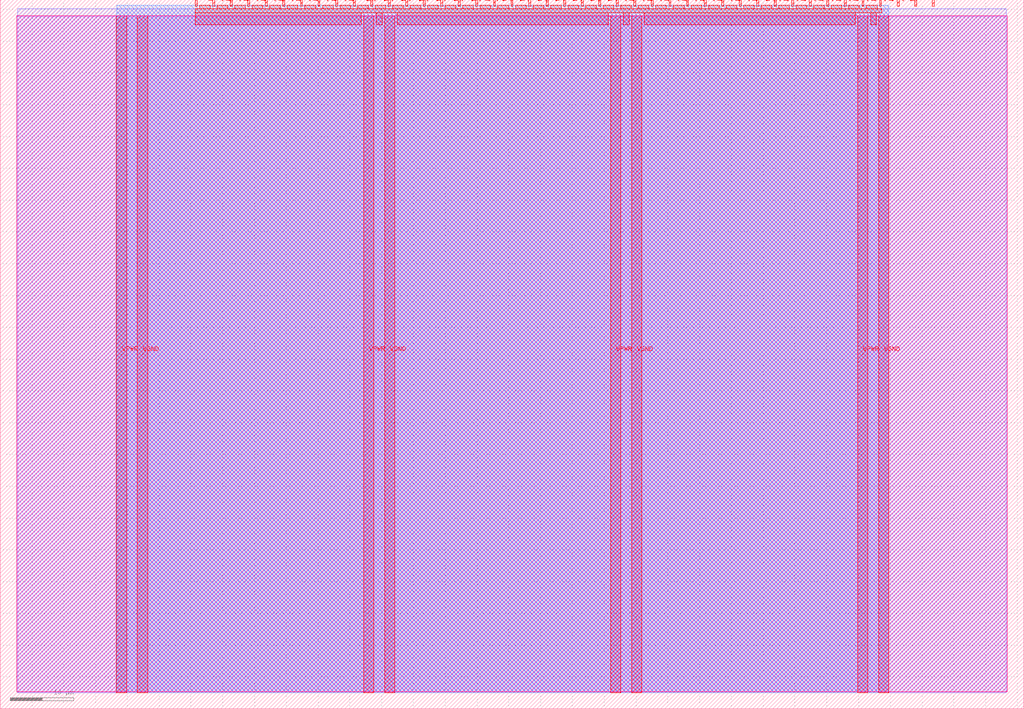
<source format=lef>
VERSION 5.7 ;
  NOWIREEXTENSIONATPIN ON ;
  DIVIDERCHAR "/" ;
  BUSBITCHARS "[]" ;
MACRO tt_um_wokwi_445163922612663297
  CLASS BLOCK ;
  FOREIGN tt_um_wokwi_445163922612663297 ;
  ORIGIN 0.000 0.000 ;
  SIZE 161.000 BY 111.520 ;
  PIN VGND
    DIRECTION INOUT ;
    USE GROUND ;
    PORT
      LAYER met4 ;
        RECT 21.580 2.480 23.180 109.040 ;
    END
    PORT
      LAYER met4 ;
        RECT 60.450 2.480 62.050 109.040 ;
    END
    PORT
      LAYER met4 ;
        RECT 99.320 2.480 100.920 109.040 ;
    END
    PORT
      LAYER met4 ;
        RECT 138.190 2.480 139.790 109.040 ;
    END
  END VGND
  PIN VPWR
    DIRECTION INOUT ;
    USE POWER ;
    PORT
      LAYER met4 ;
        RECT 18.280 2.480 19.880 109.040 ;
    END
    PORT
      LAYER met4 ;
        RECT 57.150 2.480 58.750 109.040 ;
    END
    PORT
      LAYER met4 ;
        RECT 96.020 2.480 97.620 109.040 ;
    END
    PORT
      LAYER met4 ;
        RECT 134.890 2.480 136.490 109.040 ;
    END
  END VPWR
  PIN clk
    DIRECTION INPUT ;
    USE SIGNAL ;
    PORT
      LAYER met4 ;
        RECT 143.830 110.520 144.130 111.520 ;
    END
  END clk
  PIN ena
    DIRECTION INPUT ;
    USE SIGNAL ;
    PORT
      LAYER met4 ;
        RECT 146.590 110.520 146.890 111.520 ;
    END
  END ena
  PIN rst_n
    DIRECTION INPUT ;
    USE SIGNAL ;
    PORT
      LAYER met4 ;
        RECT 141.070 110.520 141.370 111.520 ;
    END
  END rst_n
  PIN ui_in[0]
    DIRECTION INPUT ;
    USE SIGNAL ;
    ANTENNAGATEAREA 0.196500 ;
    PORT
      LAYER met4 ;
        RECT 138.310 110.520 138.610 111.520 ;
    END
  END ui_in[0]
  PIN ui_in[1]
    DIRECTION INPUT ;
    USE SIGNAL ;
    ANTENNAGATEAREA 0.196500 ;
    PORT
      LAYER met4 ;
        RECT 135.550 110.520 135.850 111.520 ;
    END
  END ui_in[1]
  PIN ui_in[2]
    DIRECTION INPUT ;
    USE SIGNAL ;
    ANTENNAGATEAREA 0.196500 ;
    PORT
      LAYER met4 ;
        RECT 132.790 110.520 133.090 111.520 ;
    END
  END ui_in[2]
  PIN ui_in[3]
    DIRECTION INPUT ;
    USE SIGNAL ;
    ANTENNAGATEAREA 0.196500 ;
    PORT
      LAYER met4 ;
        RECT 130.030 110.520 130.330 111.520 ;
    END
  END ui_in[3]
  PIN ui_in[4]
    DIRECTION INPUT ;
    USE SIGNAL ;
    ANTENNAGATEAREA 0.159000 ;
    PORT
      LAYER met4 ;
        RECT 127.270 110.520 127.570 111.520 ;
    END
  END ui_in[4]
  PIN ui_in[5]
    DIRECTION INPUT ;
    USE SIGNAL ;
    ANTENNAGATEAREA 0.159000 ;
    PORT
      LAYER met4 ;
        RECT 124.510 110.520 124.810 111.520 ;
    END
  END ui_in[5]
  PIN ui_in[6]
    DIRECTION INPUT ;
    USE SIGNAL ;
    ANTENNAGATEAREA 0.159000 ;
    PORT
      LAYER met4 ;
        RECT 121.750 110.520 122.050 111.520 ;
    END
  END ui_in[6]
  PIN ui_in[7]
    DIRECTION INPUT ;
    USE SIGNAL ;
    ANTENNAGATEAREA 0.159000 ;
    PORT
      LAYER met4 ;
        RECT 118.990 110.520 119.290 111.520 ;
    END
  END ui_in[7]
  PIN uio_in[0]
    DIRECTION INPUT ;
    USE SIGNAL ;
    PORT
      LAYER met4 ;
        RECT 116.230 110.520 116.530 111.520 ;
    END
  END uio_in[0]
  PIN uio_in[1]
    DIRECTION INPUT ;
    USE SIGNAL ;
    PORT
      LAYER met4 ;
        RECT 113.470 110.520 113.770 111.520 ;
    END
  END uio_in[1]
  PIN uio_in[2]
    DIRECTION INPUT ;
    USE SIGNAL ;
    PORT
      LAYER met4 ;
        RECT 110.710 110.520 111.010 111.520 ;
    END
  END uio_in[2]
  PIN uio_in[3]
    DIRECTION INPUT ;
    USE SIGNAL ;
    PORT
      LAYER met4 ;
        RECT 107.950 110.520 108.250 111.520 ;
    END
  END uio_in[3]
  PIN uio_in[4]
    DIRECTION INPUT ;
    USE SIGNAL ;
    PORT
      LAYER met4 ;
        RECT 105.190 110.520 105.490 111.520 ;
    END
  END uio_in[4]
  PIN uio_in[5]
    DIRECTION INPUT ;
    USE SIGNAL ;
    PORT
      LAYER met4 ;
        RECT 102.430 110.520 102.730 111.520 ;
    END
  END uio_in[5]
  PIN uio_in[6]
    DIRECTION INPUT ;
    USE SIGNAL ;
    PORT
      LAYER met4 ;
        RECT 99.670 110.520 99.970 111.520 ;
    END
  END uio_in[6]
  PIN uio_in[7]
    DIRECTION INPUT ;
    USE SIGNAL ;
    PORT
      LAYER met4 ;
        RECT 96.910 110.520 97.210 111.520 ;
    END
  END uio_in[7]
  PIN uio_oe[0]
    DIRECTION OUTPUT ;
    USE SIGNAL ;
    PORT
      LAYER met4 ;
        RECT 49.990 110.520 50.290 111.520 ;
    END
  END uio_oe[0]
  PIN uio_oe[1]
    DIRECTION OUTPUT ;
    USE SIGNAL ;
    PORT
      LAYER met4 ;
        RECT 47.230 110.520 47.530 111.520 ;
    END
  END uio_oe[1]
  PIN uio_oe[2]
    DIRECTION OUTPUT ;
    USE SIGNAL ;
    PORT
      LAYER met4 ;
        RECT 44.470 110.520 44.770 111.520 ;
    END
  END uio_oe[2]
  PIN uio_oe[3]
    DIRECTION OUTPUT ;
    USE SIGNAL ;
    PORT
      LAYER met4 ;
        RECT 41.710 110.520 42.010 111.520 ;
    END
  END uio_oe[3]
  PIN uio_oe[4]
    DIRECTION OUTPUT ;
    USE SIGNAL ;
    PORT
      LAYER met4 ;
        RECT 38.950 110.520 39.250 111.520 ;
    END
  END uio_oe[4]
  PIN uio_oe[5]
    DIRECTION OUTPUT ;
    USE SIGNAL ;
    PORT
      LAYER met4 ;
        RECT 36.190 110.520 36.490 111.520 ;
    END
  END uio_oe[5]
  PIN uio_oe[6]
    DIRECTION OUTPUT ;
    USE SIGNAL ;
    PORT
      LAYER met4 ;
        RECT 33.430 110.520 33.730 111.520 ;
    END
  END uio_oe[6]
  PIN uio_oe[7]
    DIRECTION OUTPUT ;
    USE SIGNAL ;
    PORT
      LAYER met4 ;
        RECT 30.670 110.520 30.970 111.520 ;
    END
  END uio_oe[7]
  PIN uio_out[0]
    DIRECTION OUTPUT ;
    USE SIGNAL ;
    PORT
      LAYER met4 ;
        RECT 72.070 110.520 72.370 111.520 ;
    END
  END uio_out[0]
  PIN uio_out[1]
    DIRECTION OUTPUT ;
    USE SIGNAL ;
    PORT
      LAYER met4 ;
        RECT 69.310 110.520 69.610 111.520 ;
    END
  END uio_out[1]
  PIN uio_out[2]
    DIRECTION OUTPUT ;
    USE SIGNAL ;
    PORT
      LAYER met4 ;
        RECT 66.550 110.520 66.850 111.520 ;
    END
  END uio_out[2]
  PIN uio_out[3]
    DIRECTION OUTPUT ;
    USE SIGNAL ;
    PORT
      LAYER met4 ;
        RECT 63.790 110.520 64.090 111.520 ;
    END
  END uio_out[3]
  PIN uio_out[4]
    DIRECTION OUTPUT ;
    USE SIGNAL ;
    PORT
      LAYER met4 ;
        RECT 61.030 110.520 61.330 111.520 ;
    END
  END uio_out[4]
  PIN uio_out[5]
    DIRECTION OUTPUT ;
    USE SIGNAL ;
    PORT
      LAYER met4 ;
        RECT 58.270 110.520 58.570 111.520 ;
    END
  END uio_out[5]
  PIN uio_out[6]
    DIRECTION OUTPUT ;
    USE SIGNAL ;
    PORT
      LAYER met4 ;
        RECT 55.510 110.520 55.810 111.520 ;
    END
  END uio_out[6]
  PIN uio_out[7]
    DIRECTION OUTPUT ;
    USE SIGNAL ;
    PORT
      LAYER met4 ;
        RECT 52.750 110.520 53.050 111.520 ;
    END
  END uio_out[7]
  PIN uo_out[0]
    DIRECTION OUTPUT ;
    USE SIGNAL ;
    ANTENNADIFFAREA 0.445500 ;
    PORT
      LAYER met4 ;
        RECT 94.150 110.520 94.450 111.520 ;
    END
  END uo_out[0]
  PIN uo_out[1]
    DIRECTION OUTPUT ;
    USE SIGNAL ;
    ANTENNADIFFAREA 0.445500 ;
    PORT
      LAYER met4 ;
        RECT 91.390 110.520 91.690 111.520 ;
    END
  END uo_out[1]
  PIN uo_out[2]
    DIRECTION OUTPUT ;
    USE SIGNAL ;
    ANTENNADIFFAREA 0.445500 ;
    PORT
      LAYER met4 ;
        RECT 88.630 110.520 88.930 111.520 ;
    END
  END uo_out[2]
  PIN uo_out[3]
    DIRECTION OUTPUT ;
    USE SIGNAL ;
    ANTENNADIFFAREA 0.445500 ;
    PORT
      LAYER met4 ;
        RECT 85.870 110.520 86.170 111.520 ;
    END
  END uo_out[3]
  PIN uo_out[4]
    DIRECTION OUTPUT ;
    USE SIGNAL ;
    ANTENNADIFFAREA 0.445500 ;
    PORT
      LAYER met4 ;
        RECT 83.110 110.520 83.410 111.520 ;
    END
  END uo_out[4]
  PIN uo_out[5]
    DIRECTION OUTPUT ;
    USE SIGNAL ;
    ANTENNADIFFAREA 0.445500 ;
    PORT
      LAYER met4 ;
        RECT 80.350 110.520 80.650 111.520 ;
    END
  END uo_out[5]
  PIN uo_out[6]
    DIRECTION OUTPUT ;
    USE SIGNAL ;
    ANTENNADIFFAREA 0.445500 ;
    PORT
      LAYER met4 ;
        RECT 77.590 110.520 77.890 111.520 ;
    END
  END uo_out[6]
  PIN uo_out[7]
    DIRECTION OUTPUT ;
    USE SIGNAL ;
    ANTENNADIFFAREA 0.445500 ;
    PORT
      LAYER met4 ;
        RECT 74.830 110.520 75.130 111.520 ;
    END
  END uo_out[7]
  OBS
      LAYER nwell ;
        RECT 2.570 2.635 158.430 108.990 ;
      LAYER li1 ;
        RECT 2.760 2.635 158.240 108.885 ;
      LAYER met1 ;
        RECT 2.760 2.480 158.240 110.120 ;
      LAYER met2 ;
        RECT 18.310 2.535 139.760 110.685 ;
      LAYER met3 ;
        RECT 18.290 2.555 139.780 110.665 ;
      LAYER met4 ;
        RECT 31.370 110.120 33.030 110.665 ;
        RECT 34.130 110.120 35.790 110.665 ;
        RECT 36.890 110.120 38.550 110.665 ;
        RECT 39.650 110.120 41.310 110.665 ;
        RECT 42.410 110.120 44.070 110.665 ;
        RECT 45.170 110.120 46.830 110.665 ;
        RECT 47.930 110.120 49.590 110.665 ;
        RECT 50.690 110.120 52.350 110.665 ;
        RECT 53.450 110.120 55.110 110.665 ;
        RECT 56.210 110.120 57.870 110.665 ;
        RECT 58.970 110.120 60.630 110.665 ;
        RECT 61.730 110.120 63.390 110.665 ;
        RECT 64.490 110.120 66.150 110.665 ;
        RECT 67.250 110.120 68.910 110.665 ;
        RECT 70.010 110.120 71.670 110.665 ;
        RECT 72.770 110.120 74.430 110.665 ;
        RECT 75.530 110.120 77.190 110.665 ;
        RECT 78.290 110.120 79.950 110.665 ;
        RECT 81.050 110.120 82.710 110.665 ;
        RECT 83.810 110.120 85.470 110.665 ;
        RECT 86.570 110.120 88.230 110.665 ;
        RECT 89.330 110.120 90.990 110.665 ;
        RECT 92.090 110.120 93.750 110.665 ;
        RECT 94.850 110.120 96.510 110.665 ;
        RECT 97.610 110.120 99.270 110.665 ;
        RECT 100.370 110.120 102.030 110.665 ;
        RECT 103.130 110.120 104.790 110.665 ;
        RECT 105.890 110.120 107.550 110.665 ;
        RECT 108.650 110.120 110.310 110.665 ;
        RECT 111.410 110.120 113.070 110.665 ;
        RECT 114.170 110.120 115.830 110.665 ;
        RECT 116.930 110.120 118.590 110.665 ;
        RECT 119.690 110.120 121.350 110.665 ;
        RECT 122.450 110.120 124.110 110.665 ;
        RECT 125.210 110.120 126.870 110.665 ;
        RECT 127.970 110.120 129.630 110.665 ;
        RECT 130.730 110.120 132.390 110.665 ;
        RECT 133.490 110.120 135.150 110.665 ;
        RECT 136.250 110.120 137.910 110.665 ;
        RECT 30.655 109.440 138.625 110.120 ;
        RECT 30.655 107.615 56.750 109.440 ;
        RECT 59.150 107.615 60.050 109.440 ;
        RECT 62.450 107.615 95.620 109.440 ;
        RECT 98.020 107.615 98.920 109.440 ;
        RECT 101.320 107.615 134.490 109.440 ;
        RECT 136.890 107.615 137.790 109.440 ;
  END
END tt_um_wokwi_445163922612663297
END LIBRARY


</source>
